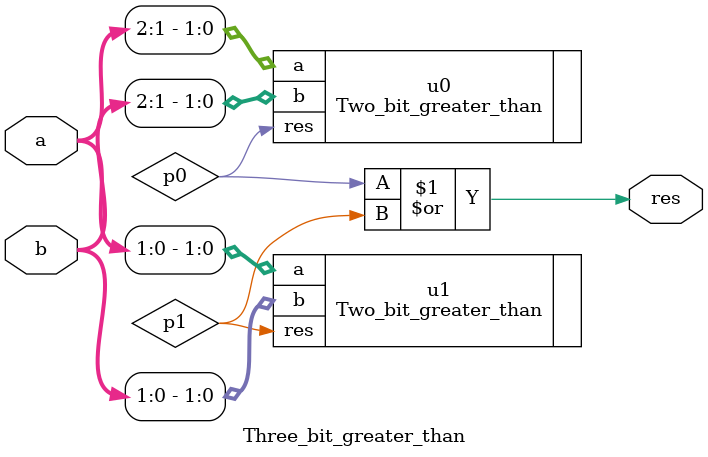
<source format=v>
`include "Two_bit_greater_than.v"
module Three_bit_greater_than
(
	input wire [2:0] a,b,
	output wire res
);

wire p0,p1;

Two_bit_greater_than u0(.a(a[2:1]),.b(b[2:1]),.res(p0));
Two_bit_greater_than u1(.a(a[1:0]),.b(b[1:0]),.res(p1));

assign res = p0 | p1;

endmodule
</source>
